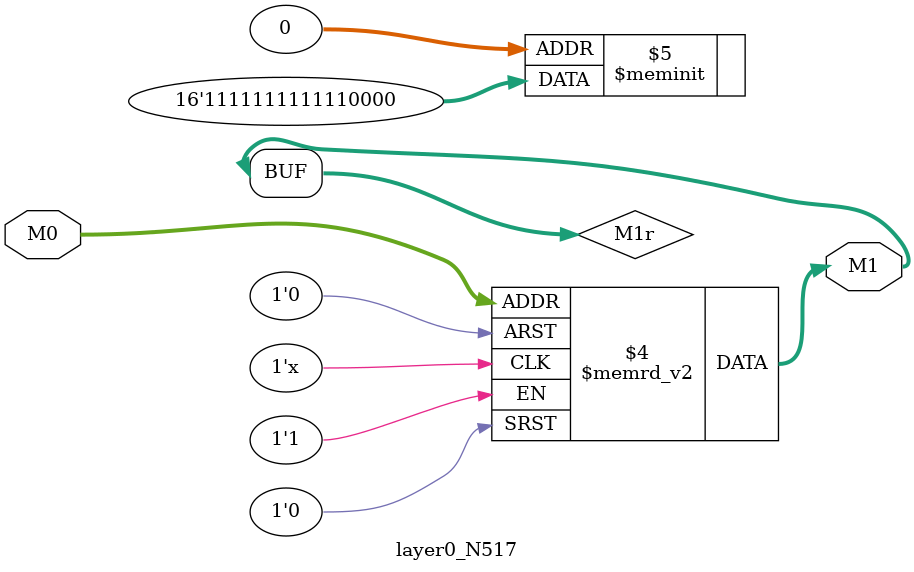
<source format=v>
module layer0_N517 ( input [2:0] M0, output [1:0] M1 );

	(*rom_style = "distributed" *) reg [1:0] M1r;
	assign M1 = M1r;
	always @ (M0) begin
		case (M0)
			3'b000: M1r = 2'b00;
			3'b100: M1r = 2'b11;
			3'b010: M1r = 2'b11;
			3'b110: M1r = 2'b11;
			3'b001: M1r = 2'b00;
			3'b101: M1r = 2'b11;
			3'b011: M1r = 2'b11;
			3'b111: M1r = 2'b11;

		endcase
	end
endmodule

</source>
